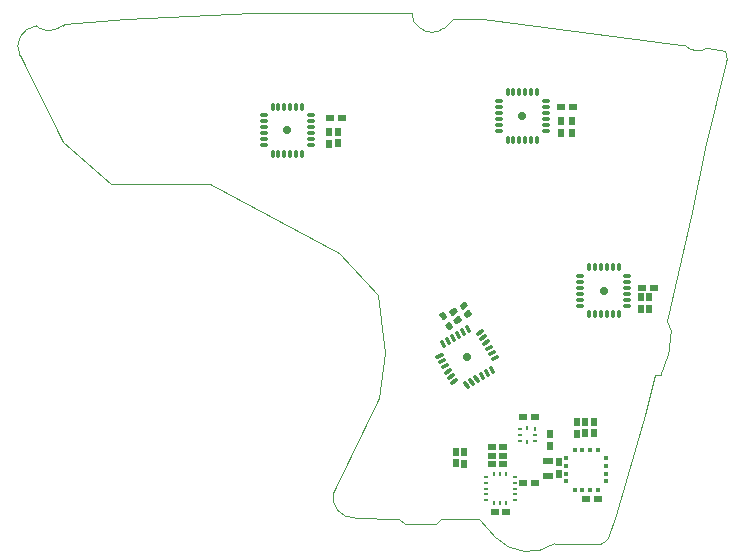
<source format=gbr>
*
*
G04 PADS 9.4.1 Build Number: 494907 generated Gerber (RS-274-X) file*
G04 PC Version=2.1*
*
%IN "MMSP_L_1.pcb"*%
*
%MOIN*%
*
%FSLAX35Y35*%
*
*
*
*
G04 PC Standard Apertures*
*
*
G04 Thermal Relief Aperture macro.*
%AMTER*
1,1,$1,0,0*
1,0,$1-$2,0,0*
21,0,$3,$4,0,0,45*
21,0,$3,$4,0,0,135*
%
*
*
G04 Annular Aperture macro.*
%AMANN*
1,1,$1,0,0*
1,0,$2,0,0*
%
*
*
G04 Odd Aperture macro.*
%AMODD*
1,1,$1,0,0*
1,0,$1-0.005,0,0*
%
*
*
G04 PC Custom Aperture Macros*
*
*
*
*
*
*
G04 PC Aperture Table*
*
%ADD010C,0.001*%
%ADD016C,0.01*%
%ADD023C,0.01181*%
%ADD026R,0.025X0.02*%
%ADD027R,0.02X0.025*%
%ADD028R,0.035X0.024*%
%ADD029R,0.01378X0.00984*%
%ADD030R,0.00984X0.01378*%
%ADD031R,0.01575X0.01181*%
%ADD032R,0.01181X0.01575*%
%ADD033O,0.01181X0.02756*%
%ADD034O,0.02756X0.01181*%
%ADD036R,0.01575X0.00984*%
%ADD037R,0.00984X0.01575*%
%ADD040C,0.02756*%
*
*
*
*
G04 PC Circuitry*
G04 Layer Name MMSP_L_1.pcb - circuitry*
%LPD*%
*
*
G04 PC Custom Flashes*
G04 Layer Name MMSP_L_1.pcb - flashes*
%LPD*%
*
*
G04 PC Circuitry*
G04 Layer Name MMSP_L_1.pcb - circuitry*
%LPD*%
*
G54D10*
G01X1084338Y879416D02*
G75*
G03X1091450Y870727I6795J-1694D01*
G01X1084337Y879411D02*
X1084469Y879661D01*
X1084449Y879640*
X1099338Y910590*
X1101338Y925590*
X1099000Y945000*
X1086000Y959000*
X1043000Y982000*
X1010098*
X994098Y996000*
X979772Y1024917*
X985282Y1034748D02*
G03X979774Y1024913I607J-6800D01*
G01X985288Y1034748D02*
X985335Y1034744D01*
X986024Y1034055*
X986021Y1034056D02*
G03X994094Y1034883I3373J6886D01*
G01X994091Y1034881D02*
X994565Y1035356D01*
X1015000Y1037000*
X1057000Y1039000*
X1110433*
G03X1113187Y1034052I5045J-433*
G01X1113191Y1034049D02*
G03X1121065I3937J4610D01*
G01X1121067Y1034051D02*
X1124016Y1037000D01*
X1134000*
X1200197Y1028298*
X1201353*
G03X1209173Y1027455I4431J4416*
G01X1209174D02*
X1209247Y1027530D01*
X1214758Y1026365*
X1215407Y1024033D02*
G03X1214757Y1026366I-2399J589D01*
G01X1215407Y1024032D02*
X1208068Y994095D01*
X1203663Y972687*
X1195353Y936537*
X1196877Y932972*
X1193429Y918301D02*
G03X1196877Y932946I-27976J14316D01*
G01X1193432Y918307D02*
X1191535D01*
X1188000Y905000*
X1178563Y871588*
X1175919Y863986*
X1173588Y862205D02*
G03X1175920Y863988I-330J2848D01*
G01X1173585Y862205D02*
X1158055D01*
X1138351Y864223D02*
G03X1158054Y862204I11040J10587D01*
G01X1138356Y864218D02*
X1132826Y870374D01*
X1120079*
X1118356Y868651*
X1108071*
X1106275Y870448*
X1091453Y870727*
G54D16*
X1127142Y940851D02*
X1128441Y941601D01*
X1127941Y942467*
X1126642Y941717*
X1127142Y940851*
X1127142*
X1126874Y941851D02*
X1128297D01*
X1127000Y941097D02*
Y941923D01*
X1128000Y941346D02*
Y942365D01*
X1123733Y938882D02*
X1125032Y939632D01*
X1124532Y940498*
X1123233Y939748*
X1123733Y938882*
X1123733*
X1123465Y939882D02*
X1124888D01*
X1124000Y939037D02*
Y940191D01*
X1125000Y939614D02*
Y939687D01*
X1121536Y937833D02*
X1120786Y939132D01*
X1120786D02*
X1119920Y938632D01*
X1119920D02*
X1120670Y937333D01*
X1121536Y937833*
X1120670Y937333D02*
X1120670D01*
X1120093Y938333D02*
X1121247D01*
X1120000Y938494D02*
Y938679D01*
X1121000Y937524D02*
Y938762D01*
X1123504Y934424D02*
X1122754Y935723D01*
X1121888Y935223*
X1122638Y933924*
X1123504Y934424*
X1122638Y933924D02*
X1122638D01*
X1122061Y934924D02*
X1123216D01*
X1122000Y935030D02*
Y935287D01*
X1123000Y934133D02*
Y935298D01*
X1128471Y937972D02*
X1129770Y938722D01*
X1129270Y939588*
X1127971Y938838*
X1128471Y937972*
X1128471*
X1128203Y938972D02*
X1129625D01*
X1128000Y938787D02*
Y938855D01*
X1129000Y938277D02*
Y939432D01*
X1125061Y936003D02*
X1126360Y936753D01*
X1125860Y937619*
X1124561Y936869*
X1125061Y936003*
X1125061*
X1124793Y937003D02*
X1126216D01*
X1125000Y936109D02*
Y937122D01*
X1126000Y936545D02*
Y937377D01*
G54D23*
X1123858Y915788D02*
X1125222Y916576D01*
X1122873Y917493D02*
X1124237Y918280D01*
X1121889Y919198D02*
X1123253Y919985D01*
X1120905Y920903D02*
X1122269Y921690D01*
X1119921Y922607D02*
X1121285Y923395D01*
X1118936Y924312D02*
X1120300Y925099D01*
X1120305Y929421D02*
X1121093Y928057D01*
X1122010Y930405D02*
X1122798Y929042D01*
X1123715Y931390D02*
X1124502Y930026D01*
X1125420Y932374D02*
X1126207Y931010D01*
X1127125Y933358D02*
X1127912Y931994D01*
X1128829Y934343D02*
X1129617Y932979D01*
X1132575Y932186D02*
X1133938Y932974D01*
X1133559Y930481D02*
X1134923Y931269D01*
X1134543Y928777D02*
X1135907Y929564D01*
X1135527Y927072D02*
X1136891Y927859D01*
X1136512Y925367D02*
X1137875Y926154D01*
X1137496Y923662D02*
X1138860Y924450D01*
X1136703Y920704D02*
X1137491Y919340D01*
X1134999Y919720D02*
X1135786Y918356D01*
X1133294Y918736D02*
X1134081Y917372D01*
X1131589Y917752D02*
X1132376Y916388D01*
X1129884Y916767D02*
X1130672Y915403D01*
X1128179Y915783D02*
X1128967Y914419D01*
G54D26*
X1140945Y888583D03*
X1137008D03*
X1190982Y947423D03*
X1187045D03*
X1087205Y1004134D03*
X1083268D03*
X1172384Y877113D03*
X1168447D03*
X1164173Y1007874D03*
X1160236D03*
X1138001Y872570D03*
X1141938D03*
X1137008Y891345D03*
X1140945D03*
X1147406Y904496D03*
X1151343D03*
X1147441Y882283D03*
X1151378D03*
X1140945Y894291D03*
X1137008D03*
G54D27*
X1189603Y940377D03*
Y944314D03*
X1082666Y995489D03*
Y999426D03*
X1168210Y898931D03*
Y902868D03*
X1165325Y898870D03*
Y902807D03*
X1160039Y999016D03*
Y1002953D03*
X1163780Y999213D03*
Y1003150D03*
X1186787Y940384D03*
Y944321D03*
X1085640Y995597D03*
Y999534D03*
X1170972Y898931D03*
Y902868D03*
X1156394Y894664D03*
Y898601D03*
X1159428Y889271D03*
Y885334D03*
X1125214Y892833D03*
Y888896D03*
X1127919Y892812D03*
Y888875D03*
G54D28*
X1155929Y884779D03*
Y889579D03*
G54D29*
X1144743Y884487D03*
Y882518D03*
Y880550D03*
Y878581D03*
Y876613D03*
X1135098D03*
Y878581D03*
Y880550D03*
Y882518D03*
Y884487D03*
G54D30*
X1141889Y875727D03*
X1139921D03*
X1137952D03*
Y885373D03*
X1139921D03*
X1141889D03*
G54D31*
X1175228Y890579D03*
Y888020D03*
Y885461D03*
Y882902D03*
X1161843D03*
Y885461D03*
Y888020D03*
Y890579D03*
G54D32*
X1172374Y880047D03*
X1169815D03*
X1167256D03*
X1164697D03*
Y893433D03*
X1167256D03*
X1169815D03*
X1172374D03*
G54D33*
X1142307Y1012589D03*
X1144275D03*
X1146244D03*
X1148212D03*
X1150181D03*
X1152149D03*
Y996841D03*
X1150181D03*
X1148212D03*
X1146244D03*
X1144275D03*
X1142307D03*
X1169488Y954331D03*
X1171457D03*
X1173425D03*
X1175394D03*
X1177362D03*
X1179331D03*
Y938583D03*
X1177362D03*
X1175394D03*
X1173425D03*
X1171457D03*
X1169488D03*
X1063976Y1007874D03*
X1065945D03*
X1067913D03*
X1069882D03*
X1071850D03*
X1073819D03*
Y992126D03*
X1071850D03*
X1069882D03*
X1067913D03*
X1065945D03*
X1063976D03*
G54D34*
X1155102Y1009637D03*
Y1007668D03*
Y1005700D03*
Y1003731D03*
Y1001763D03*
Y999794D03*
X1139354D03*
Y1001763D03*
Y1003731D03*
Y1005700D03*
Y1007668D03*
Y1009637D03*
X1182283Y951378D03*
Y949409D03*
Y947441D03*
Y945472D03*
Y943504D03*
Y941535D03*
X1166535D03*
Y943504D03*
Y945472D03*
Y947441D03*
Y949409D03*
Y951378D03*
X1076772Y1004921D03*
Y1002953D03*
Y1000984D03*
Y999016D03*
Y997047D03*
Y995079D03*
X1061024D03*
Y997047D03*
Y999016D03*
Y1000984D03*
Y1002953D03*
Y1004921D03*
G54D36*
X1146521Y896366D03*
Y898334D03*
Y900303D03*
X1151324Y898334D03*
Y896366D03*
G54D37*
X1148922Y896070D03*
Y900598D03*
X1151324Y900303D03*
G54D40*
X1128898Y924381D03*
X1147228Y1004715D03*
X1174409Y946457D03*
X1068898Y1000000D03*
G74*
X0Y0D02*
M02*

</source>
